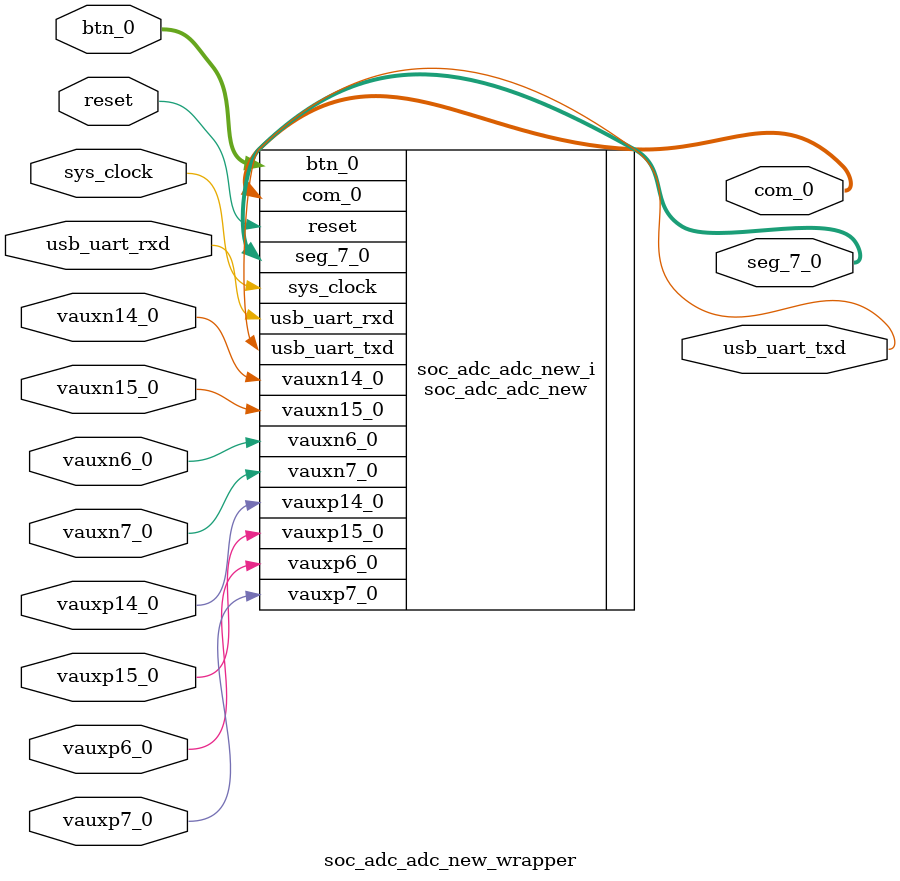
<source format=v>
`timescale 1 ps / 1 ps

module soc_adc_adc_new_wrapper
   (btn_0,
    com_0,
    reset,
    seg_7_0,
    sys_clock,
    usb_uart_rxd,
    usb_uart_txd,
    vauxn14_0,
    vauxn15_0,
    vauxn6_0,
    vauxn7_0,
    vauxp14_0,
    vauxp15_0,
    vauxp6_0,
    vauxp7_0);
  input [3:0]btn_0;
  output [3:0]com_0;
  input reset;
  output [7:0]seg_7_0;
  input sys_clock;
  input usb_uart_rxd;
  output usb_uart_txd;
  input vauxn14_0;
  input vauxn15_0;
  input vauxn6_0;
  input vauxn7_0;
  input vauxp14_0;
  input vauxp15_0;
  input vauxp6_0;
  input vauxp7_0;

  wire [3:0]btn_0;
  wire [3:0]com_0;
  wire reset;
  wire [7:0]seg_7_0;
  wire sys_clock;
  wire usb_uart_rxd;
  wire usb_uart_txd;
  wire vauxn14_0;
  wire vauxn15_0;
  wire vauxn6_0;
  wire vauxn7_0;
  wire vauxp14_0;
  wire vauxp15_0;
  wire vauxp6_0;
  wire vauxp7_0;

  soc_adc_adc_new soc_adc_adc_new_i
       (.btn_0(btn_0),
        .com_0(com_0),
        .reset(reset),
        .seg_7_0(seg_7_0),
        .sys_clock(sys_clock),
        .usb_uart_rxd(usb_uart_rxd),
        .usb_uart_txd(usb_uart_txd),
        .vauxn14_0(vauxn14_0),
        .vauxn15_0(vauxn15_0),
        .vauxn6_0(vauxn6_0),
        .vauxn7_0(vauxn7_0),
        .vauxp14_0(vauxp14_0),
        .vauxp15_0(vauxp15_0),
        .vauxp6_0(vauxp6_0),
        .vauxp7_0(vauxp7_0));
endmodule

</source>
